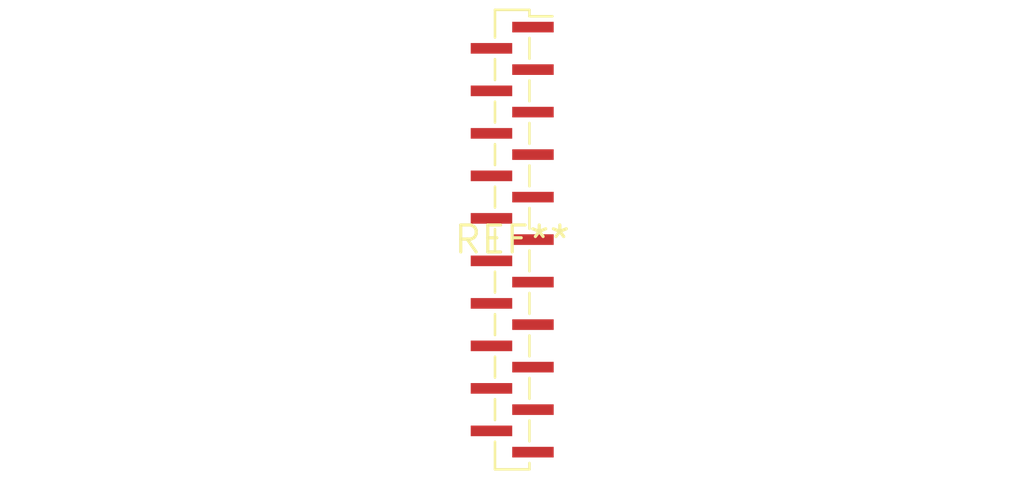
<source format=kicad_pcb>
(kicad_pcb (version 20240108) (generator pcbnew)
  (layers (0 "F.Cu" signal) (31 "B.Cu" signal) (34 "B.Paste" user) (35 "F.Paste" user) (36 "B.SilkS" user "B.Silkscreen") (37 "F.SilkS" user "F.Silkscreen") (38 "B.Mask" user) (39 "F.Mask" user) (44 "Edge.Cuts" user))
  (net 0 "")
  (footprint "PinSocket_1x21_P1.00mm_Vertical_SMD_Pin1Right" (layer "F.Cu") (at 0 0)
    (property "Reference" "REF**")
    (property "Value" "PinSocket_1x21_P1.00mm_Vertical_SMD_Pin1Right")
    (fp_line (start -0.81 -10.81) (end -0.81 -9.51) (layer "F.SilkS") (stroke (width 0.12)))
    (fp_line (start -0.81 -10.81) (end 0.81 -10.81) (layer "F.SilkS") (stroke (width 0.12)))
    (fp_line (start -0.81 -8.49) (end -0.81 -7.51) (layer "F.SilkS") (stroke (width 0.12)))
    (fp_line (start -0.81 -6.49) (end -0.81 -5.51) (layer "F.SilkS") (stroke (width 0.12)))
    (fp_line (start -0.81 -4.49) (end -0.81 -3.51) (layer "F.SilkS") (stroke (width 0.12)))
    (fp_line (start -0.81 -2.49) (end -0.81 -1.51) (layer "F.SilkS") (stroke (width 0.12)))
    (fp_line (start -0.81 -0.49) (end -0.81 0.49) (layer "F.SilkS") (stroke (width 0.12)))
    (fp_line (start -0.81 1.51) (end -0.81 2.49) (layer "F.SilkS") (stroke (width 0.12)))
    (fp_line (start -0.81 3.51) (end -0.81 4.49) (layer "F.SilkS") (stroke (width 0.12)))
    (fp_line (start -0.81 5.51) (end -0.81 6.49) (layer "F.SilkS") (stroke (width 0.12)))
    (fp_line (start -0.81 7.51) (end -0.81 8.49) (layer "F.SilkS") (stroke (width 0.12)))
    (fp_line (start -0.81 9.51) (end -0.81 10.81) (layer "F.SilkS") (stroke (width 0.12)))
    (fp_line (start -0.81 10.81) (end 0.81 10.81) (layer "F.SilkS") (stroke (width 0.12)))
    (fp_line (start 0.81 -10.81) (end 0.81 -10.51) (layer "F.SilkS") (stroke (width 0.12)))
    (fp_line (start 0.81 -10.51) (end 1.89 -10.51) (layer "F.SilkS") (stroke (width 0.12)))
    (fp_line (start 0.81 -9.49) (end 0.81 -8.51) (layer "F.SilkS") (stroke (width 0.12)))
    (fp_line (start 0.81 -7.49) (end 0.81 -6.51) (layer "F.SilkS") (stroke (width 0.12)))
    (fp_line (start 0.81 -5.49) (end 0.81 -4.51) (layer "F.SilkS") (stroke (width 0.12)))
    (fp_line (start 0.81 -3.49) (end 0.81 -2.51) (layer "F.SilkS") (stroke (width 0.12)))
    (fp_line (start 0.81 -1.49) (end 0.81 -0.51) (layer "F.SilkS") (stroke (width 0.12)))
    (fp_line (start 0.81 0.51) (end 0.81 1.49) (layer "F.SilkS") (stroke (width 0.12)))
    (fp_line (start 0.81 2.51) (end 0.81 3.49) (layer "F.SilkS") (stroke (width 0.12)))
    (fp_line (start 0.81 4.51) (end 0.81 5.49) (layer "F.SilkS") (stroke (width 0.12)))
    (fp_line (start 0.81 6.51) (end 0.81 7.49) (layer "F.SilkS") (stroke (width 0.12)))
    (fp_line (start 0.81 8.51) (end 0.81 9.49) (layer "F.SilkS") (stroke (width 0.12)))
    (fp_line (start 0.81 10.51) (end 0.81 10.81) (layer "F.SilkS") (stroke (width 0.12)))
    (pad "1" smd rect (at 0.975 -10) (size 1.95 0.5) (layers "F.Cu" "F.Paste" "F.Mask"))
    (pad "2" smd rect (at -0.975 -9) (size 1.95 0.5) (layers "F.Cu" "F.Paste" "F.Mask"))
    (pad "3" smd rect (at 0.975 -8) (size 1.95 0.5) (layers "F.Cu" "F.Paste" "F.Mask"))
    (pad "4" smd rect (at -0.975 -7) (size 1.95 0.5) (layers "F.Cu" "F.Paste" "F.Mask"))
    (pad "5" smd rect (at 0.975 -6) (size 1.95 0.5) (layers "F.Cu" "F.Paste" "F.Mask"))
    (pad "6" smd rect (at -0.975 -5) (size 1.95 0.5) (layers "F.Cu" "F.Paste" "F.Mask"))
    (pad "7" smd rect (at 0.975 -4) (size 1.95 0.5) (layers "F.Cu" "F.Paste" "F.Mask"))
    (pad "8" smd rect (at -0.975 -3) (size 1.95 0.5) (layers "F.Cu" "F.Paste" "F.Mask"))
    (pad "9" smd rect (at 0.975 -2) (size 1.95 0.5) (layers "F.Cu" "F.Paste" "F.Mask"))
    (pad "10" smd rect (at -0.975 -1) (size 1.95 0.5) (layers "F.Cu" "F.Paste" "F.Mask"))
    (pad "11" smd rect (at 0.975 0) (size 1.95 0.5) (layers "F.Cu" "F.Paste" "F.Mask"))
    (pad "12" smd rect (at -0.975 1) (size 1.95 0.5) (layers "F.Cu" "F.Paste" "F.Mask"))
    (pad "13" smd rect (at 0.975 2) (size 1.95 0.5) (layers "F.Cu" "F.Paste" "F.Mask"))
    (pad "14" smd rect (at -0.975 3) (size 1.95 0.5) (layers "F.Cu" "F.Paste" "F.Mask"))
    (pad "15" smd rect (at 0.975 4) (size 1.95 0.5) (layers "F.Cu" "F.Paste" "F.Mask"))
    (pad "16" smd rect (at -0.975 5) (size 1.95 0.5) (layers "F.Cu" "F.Paste" "F.Mask"))
    (pad "17" smd rect (at 0.975 6) (size 1.95 0.5) (layers "F.Cu" "F.Paste" "F.Mask"))
    (pad "18" smd rect (at -0.975 7) (size 1.95 0.5) (layers "F.Cu" "F.Paste" "F.Mask"))
    (pad "19" smd rect (at 0.975 8) (size 1.95 0.5) (layers "F.Cu" "F.Paste" "F.Mask"))
    (pad "20" smd rect (at -0.975 9) (size 1.95 0.5) (layers "F.Cu" "F.Paste" "F.Mask"))
    (pad "21" smd rect (at 0.975 10) (size 1.95 0.5) (layers "F.Cu" "F.Paste" "F.Mask"))
  )
)
</source>
